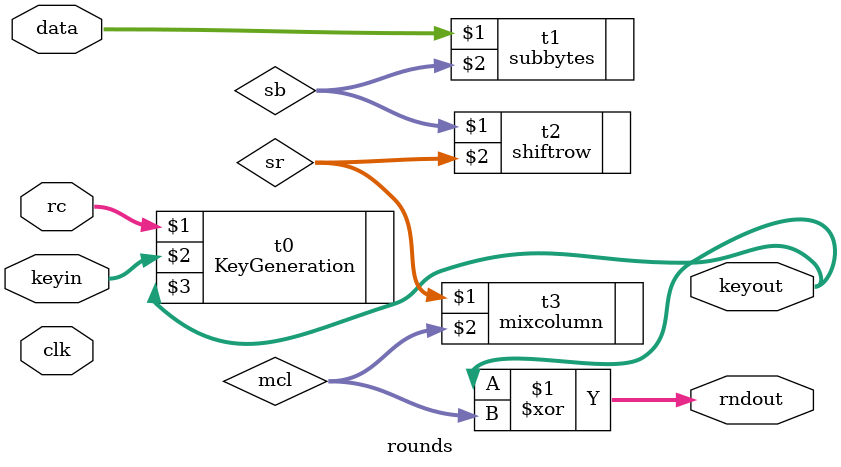
<source format=v>
`timescale 1ns / 1ps

module rounds(clk,rc,data,keyin,keyout,rndout);
input clk;
input [3:0]rc;
input [127:0]data;
input [127:0]keyin;
output [127:0]keyout;
output [127:0]rndout;

wire [127:0] sb,sr,mcl;

KeyGeneration t0(rc,keyin,keyout);
subbytes t1(data,sb);
shiftrow t2(sb,sr);
mixcolumn t3(sr,mcl);
assign rndout= keyout^mcl;

endmodule

</source>
